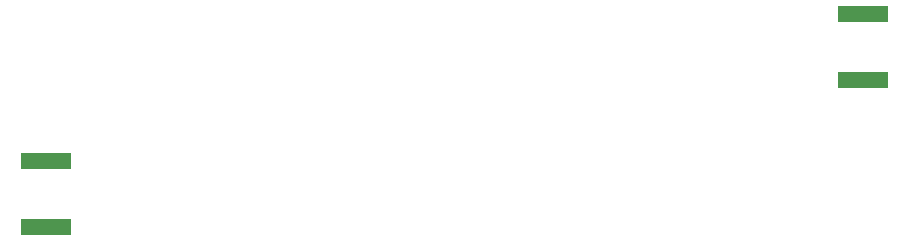
<source format=gbp>
G04 #@! TF.GenerationSoftware,KiCad,Pcbnew,(5.1.5)-3*
G04 #@! TF.CreationDate,2020-02-06T00:19:04+09:00*
G04 #@! TF.ProjectId,GradientDriver,47726164-6965-46e7-9444-72697665722e,rev?*
G04 #@! TF.SameCoordinates,Original*
G04 #@! TF.FileFunction,Paste,Bot*
G04 #@! TF.FilePolarity,Positive*
%FSLAX46Y46*%
G04 Gerber Fmt 4.6, Leading zero omitted, Abs format (unit mm)*
G04 Created by KiCad (PCBNEW (5.1.5)-3) date 2020-02-06 00:19:04*
%MOMM*%
%LPD*%
G04 APERTURE LIST*
%ADD10R,4.200000X1.350000*%
G04 APERTURE END LIST*
D10*
X55118000Y-89947000D03*
X55118000Y-84297000D03*
X124260000Y-71851000D03*
X124260000Y-77501000D03*
M02*

</source>
